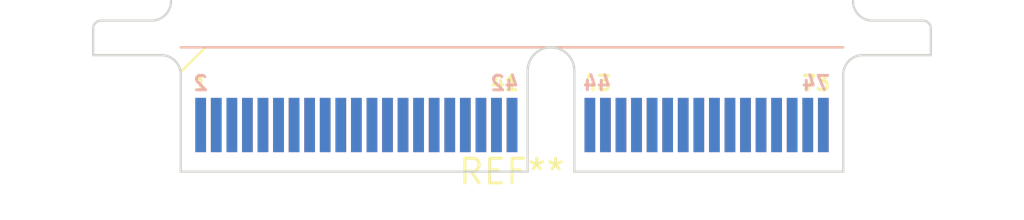
<source format=kicad_pcb>
(kicad_pcb (version 20240108) (generator pcbnew)
  (layers (0 "F.Cu" signal) (31 "B.Cu" signal) (34 "B.Paste" user) (35 "F.Paste" user) (36 "B.SilkS" user "B.Silkscreen") (37 "F.SilkS" user "F.Silkscreen") (38 "B.Mask" user) (39 "F.Mask" user) (44 "Edge.Cuts" user))
  (net 0 "")
  (footprint "Samtec_HSEC8-137-X-X-DV-BL_2x37_P0.8mm_Edge" (layer "F.Cu") (at 0 0)
    (property "Reference" "REF**")
    (property "Value" "Samtec_HSEC8-137-X-X-DV-BL_2x37_P0.8mm_Edge")
    (fp_line (start -17.025 -6.4) (end -17.025 -6.4) (layer "B.SilkS") (stroke (width 0.12)))
    (fp_line (start -17.025 -6.4) (end 17.025 -6.4) (layer "B.SilkS") (stroke (width 0.12)))
    (fp_line (start -17.025 -5.13) (end -15.755 -6.4) (layer "F.SilkS") (stroke (width 0.12)))
    (fp_line (start -15.755 -6.4) (end 17.025 -6.4) (layer "F.SilkS") (stroke (width 0.12)))
    (fp_line (start -21.525 -6) (end -21.525 -7.38) (layer "Edge.Cuts") (stroke (width 0.12)))
    (fp_line (start -21.125 -7.78) (end -18.525 -7.78) (layer "Edge.Cuts") (stroke (width 0.12)))
    (fp_line (start -18.025 -6) (end -21.525 -6) (layer "Edge.Cuts") (stroke (width 0.12)))
    (fp_line (start -17.025 -5) (end -17.025 0) (layer "Edge.Cuts") (stroke (width 0.12)))
    (fp_line (start -17.025 0) (end 0.805 0) (layer "Edge.Cuts") (stroke (width 0.12)))
    (fp_line (start 0.805 0) (end 0.805 -5.2) (layer "Edge.Cuts") (stroke (width 0.12)))
    (fp_line (start 3.205 -5.2) (end 3.205 0) (layer "Edge.Cuts") (stroke (width 0.12)))
    (fp_line (start 3.205 0) (end 17.025 0) (layer "Edge.Cuts") (stroke (width 0.12)))
    (fp_line (start 17.025 0) (end 17.025 -5) (layer "Edge.Cuts") (stroke (width 0.12)))
    (fp_line (start 18.025 -6) (end 21.525 -6) (layer "Edge.Cuts") (stroke (width 0.12)))
    (fp_line (start 21.125 -7.78) (end 18.525 -7.78) (layer "Edge.Cuts") (stroke (width 0.12)))
    (fp_line (start 21.525 -6) (end 21.525 -7.38) (layer "Edge.Cuts") (stroke (width 0.12)))
    (fp_arc (start -21.525 -7.38) (mid -21.407843 -7.662843) (end -21.125 -7.78) (layer "Edge.Cuts") (stroke (width 0.12)))
    (fp_arc (start -18.025 -6) (mid -17.317893 -5.707107) (end -17.025 -5) (layer "Edge.Cuts") (stroke (width 0.12)))
    (fp_arc (start -17.525 -8.78) (mid -17.817893 -8.072893) (end -18.525 -7.78) (layer "Edge.Cuts") (stroke (width 0.12)))
    (fp_arc (start 0.805 -5.2) (mid 2.005 -6.4) (end 3.205 -5.2) (layer "Edge.Cuts") (stroke (width 0.12)))
    (fp_arc (start 17.025 -5) (mid 17.317893 -5.707107) (end 18.025 -6) (layer "Edge.Cuts") (stroke (width 0.12)))
    (fp_arc (start 18.525 -7.78) (mid 17.817893 -8.072893) (end 17.525 -8.78) (layer "Edge.Cuts") (stroke (width 0.12)))
    (fp_arc (start 21.125 -7.78) (mid 21.407843 -7.662843) (end 21.525 -7.38) (layer "Edge.Cuts") (stroke (width 0.12)))
    (fp_text user "74" (at 15.625 -4.55 0) (layer "B.SilkS") (effects (font (size 0.75 0.75)) (justify mirror)))
    (fp_text user "44" (at 4.375 -4.55 0) (layer "B.SilkS") (effects (font (size 0.75 0.75)) (justify mirror)))
    (fp_text user "2" (at -16 -4.55 0) (layer "B.SilkS") (effects (font (size 0.75 0.75)) (justify mirror)))
    (fp_text user "42" (at -0.375 -4.55 0) (layer "B.SilkS") (effects (font (size 0.75 0.75)) (justify mirror)))
    (fp_text user "41" (at -0.375 -4.55 0) (layer "F.SilkS") (effects (font (size 0.75 0.75))))
    (fp_text user "73" (at 15.625 -4.55 0) (layer "F.SilkS") (effects (font (size 0.75 0.75))))
    (fp_text user "1" (at -16 -4.55 0) (layer "F.SilkS") (effects (font (size 0.75 0.75))))
    (fp_text user "43" (at 4.375 -4.55 0) (layer "F.SilkS") (effects (font (size 0.75 0.75))))
    (pad "1" connect rect (at -16 -2.4) (size 0.55 2.8) (layers "F.Cu" "F.Mask"))
    (pad "2" connect rect (at -16 -2.4) (size 0.55 2.8) (layers "B.Cu" "B.Mask"))
    (pad "3" connect rect (at -15.2 -2.4) (size 0.55 2.8) (layers "F.Cu" "F.Mask"))
    (pad "4" connect rect (at -15.2 -2.4) (size 0.55 2.8) (layers "B.Cu" "B.Mask"))
    (pad "5" connect rect (at -14.4 -2.4) (size 0.55 2.8) (layers "F.Cu" "F.Mask"))
    (pad "6" connect rect (at -14.4 -2.4) (size 0.55 2.8) (layers "B.Cu" "B.Mask"))
    (pad "7" connect rect (at -13.6 -2.4) (size 0.55 2.8) (layers "F.Cu" "F.Mask"))
    (pad "8" connect rect (at -13.6 -2.4) (size 0.55 2.8) (layers "B.Cu" "B.Mask"))
    (pad "9" connect rect (at -12.8 -2.4) (size 0.55 2.8) (layers "F.Cu" "F.Mask"))
    (pad "10" connect rect (at -12.8 -2.4) (size 0.55 2.8) (layers "B.Cu" "B.Mask"))
    (pad "11" connect rect (at -12 -2.4) (size 0.55 2.8) (layers "F.Cu" "F.Mask"))
    (pad "12" connect rect (at -12 -2.4) (size 0.55 2.8) (layers "B.Cu" "B.Mask"))
    (pad "13" connect rect (at -11.2 -2.4) (size 0.55 2.8) (layers "F.Cu" "F.Mask"))
    (pad "14" connect rect (at -11.2 -2.4) (size 0.55 2.8) (layers "B.Cu" "B.Mask"))
    (pad "15" connect rect (at -10.4 -2.4) (size 0.55 2.8) (layers "F.Cu" "F.Mask"))
    (pad "16" connect rect (at -10.4 -2.4) (size 0.55 2.8) (layers "B.Cu" "B.Mask"))
    (pad "17" connect rect (at -9.6 -2.4) (size 0.55 2.8) (layers "F.Cu" "F.Mask"))
    (pad "18" connect rect (at -9.6 -2.4) (size 0.55 2.8) (layers "B.Cu" "B.Mask"))
    (pad "19" connect rect (at -8.8 -2.4) (size 0.55 2.8) (layers "F.Cu" "F.Mask"))
    (pad "20" connect rect (at -8.8 -2.4) (size 0.55 2.8) (layers "B.Cu" "B.Mask"))
    (pad "21" connect rect (at -8 -2.4) (size 0.55 2.8) (layers "F.Cu" "F.Mask"))
    (pad "22" connect rect (at -8 -2.4) (size 0.55 2.8) (layers "B.Cu" "B.Mask"))
    (pad "23" connect rect (at -7.2 -2.4) (size 0.55 2.8) (layers "F.Cu" "F.Mask"))
    (pad "24" connect rect (at -7.2 -2.4) (size 0.55 2.8) (layers "B.Cu" "B.Mask"))
    (pad "25" connect rect (at -6.4 -2.4) (size 0.55 2.8) (layers "F.Cu" "F.Mask"))
    (pad "26" connect rect (at -6.4 -2.4) (size 0.55 2.8) (layers "B.Cu" "B.Mask"))
    (pad "27" connect rect (at -5.6 -2.4) (size 0.55 2.8) (layers "F.Cu" "F.Mask"))
    (pad "28" connect rect (at -5.6 -2.4) (size 0.55 2.8) (layers "B.Cu" "B.Mask"))
    (pad "29" connect rect (at -4.8 -2.4) (size 0.55 2.8) (layers "F.Cu" "F.Mask"))
    (pad "30" connect rect (at -4.8 -2.4) (size 0.55 2.8) (layers "B.Cu" "B.Mask"))
    (pad "31" connect rect (at -4 -2.4) (size 0.55 2.8) (layers "F.Cu" "F.Mask"))
    (pad "32" connect rect (at -4 -2.4) (size 0.55 2.8) (layers "B.Cu" "B.Mask"))
    (pad "33" connect rect (at -3.2 -2.4) (size 0.55 2.8) (layers "F.Cu" "F.Mask"))
    (pad "34" connect rect (at -3.2 -2.4) (size 0.55 2.8) (layers "B.Cu" "B.Mask"))
    (pad "35" connect rect (at -2.4 -2.4) (size 0.55 2.8) (layers "F.Cu" "F.Mask"))
    (pad "36" connect rect (at -2.4 -2.4) (size 0.55 2.8) (layers "B.Cu" "B.Mask"))
    (pad "37" connect rect (at -1.6 -2.4) (size 0.55 2.8) (layers "F.Cu" "F.Mask"))
    (pad "38" connect rect (at -1.6 -2.4) (size 0.55 2.8) (layers "B.Cu" "B.Mask"))
    (pad "39" connect rect (at -0.8 -2.4) (size 0.55 2.8) (layers "F.Cu" "F.Mask"))
    (pad "40" connect rect (at -0.8 -2.4) (size 0.55 2.8) (layers "B.Cu" "B.Mask"))
    (pad "41" connect rect (at 0 -2.4) (size 0.55 2.8) (layers "F.Cu" "F.Mask"))
    (pad "42" connect rect (at 0 -2.4) (size 0.55 2.8) (layers "B.Cu" "B.Mask"))
    (pad "43" connect rect (at 4 -2.4) (size 0.55 2.8) (layers "F.Cu" "F.Mask"))
    (pad "44" connect rect (at 4 -2.4) (size 0.55 2.8) (layers "B.Cu" "B.Mask"))
    (pad "45" connect rect (at 4.8 -2.4) (size 0.55 2.8) (layers "F.Cu" "F.Mask"))
    (pad "46" connect rect (at 4.8 -2.4) (size 0.55 2.8) (layers "B.Cu" "B.Mask"))
    (pad "47" connect rect (at 5.6 -2.4) (size 0.55 2.8) (layers "F.Cu" "F.Mask"))
    (pad "48" connect rect (at 5.6 -2.4) (size 0.55 2.8) (layers "B.Cu" "B.Mask"))
    (pad "49" connect rect (at 6.4 -2.4) (size 0.55 2.8) (layers "F.Cu" "F.Mask"))
    (pad "50" connect rect (at 6.4 -2.4) (size 0.55 2.8) (layers "B.Cu" "B.Mask"))
    (pad "51" connect rect (at 7.2 -2.4) (size 0.55 2.8) (layers "F.Cu" "F.Mask"))
    (pad "52" connect rect (at 7.2 -2.4) (size 0.55 2.8) (layers "B.Cu" "B.Mask"))
    (pad "53" connect rect (at 8 -2.4) (size 0.55 2.8) (layers "F.Cu" "F.Mask"))
    (pad "54" connect rect (at 8 -2.4) (size 0.55 2.8) (layers "B.Cu" "B.Mask"))
    (pad "55" connect rect (at 8.8 -2.4) (size 0.55 2.8) (layers "F.Cu" "F.Mask"))
    (pad "56" connect rect (at 8.8 -2.4) (size 0.55 2.8) (layers "B.Cu" "B.Mask"))
    (pad "57" connect rect (at 9.6 -2.4) (size 0.55 2.8) (layers "F.Cu" "F.Mask"))
    (pad "58" connect rect (at 9.6 -2.4) (size 0.55 2.8) (layers "B.Cu" "B.Mask"))
    (pad "59" connect rect (at 10.4 -2.4) (size 0.55 2.8) (layers "F.Cu" "F.Mask"))
    (pad "60" connect rect (at 10.4 -2.4) (size 0.55 2.8) (layers "B.Cu" "B.Mask"))
    (pad "61" connect rect (at 11.2 -2.4) (size 0.55 2.8) (layers "F.Cu" "F.Mask"))
    (pad "62" connect rect (at 11.2 -2.4) (size 0.55 2.8) (layers "B.Cu" "B.Mask"))
    (pad "63" connect rect (at 12 -2.4) (size 0.55 2.8) (layers "F.Cu" "F.Mask"))
    (pad "64" connect rect (at 12 -2.4) (size 0.55 2.8) (layers "B.Cu" "B.Mask"))
    (pad "65" connect rect (at 12.8 -2.4) (size 0.55 2.8) (layers "F.Cu" "F.Mask"))
    (pad "66" connect rect (at 12.8 -2.4) (size 0.55 2.8) (layers "B.Cu" "B.Mask"))
    (pad "67" connect rect (at 13.6 -2.4) (size 0.55 2.8) (layers "F.Cu" "F.Mask"))
    (pad "68" connect rect (at 13.6 -2.4) (size 0.55 2.8) (layers "B.Cu" "B.Mask"))
    (pad "69" connect rect (at 14.4 -2.4) (size 0.55 2.8) (layers "F.Cu" "F.Mask"))
    (pad "70" connect rect (at 14.4 -2.4) (size 0.55 2.8) (layers "B.Cu" "B.Mask"))
    (pad "71" connect rect (at 15.2 -2.4) (size 0.55 2.8) (layers "F.Cu" "F.Mask"))
    (pad "72" connect rect (at 15.2 -2.4) (size 0.55 2.8) (layers "B.Cu" "B.Mask"))
    (pad "73" connect rect (at 16 -2.4) (size 0.55 2.8) (layers "F.Cu" "F.Mask"))
    (pad "74" connect rect (at 16 -2.4) (size 0.55 2.8) (layers "B.Cu" "B.Mask"))
  )
)
</source>
